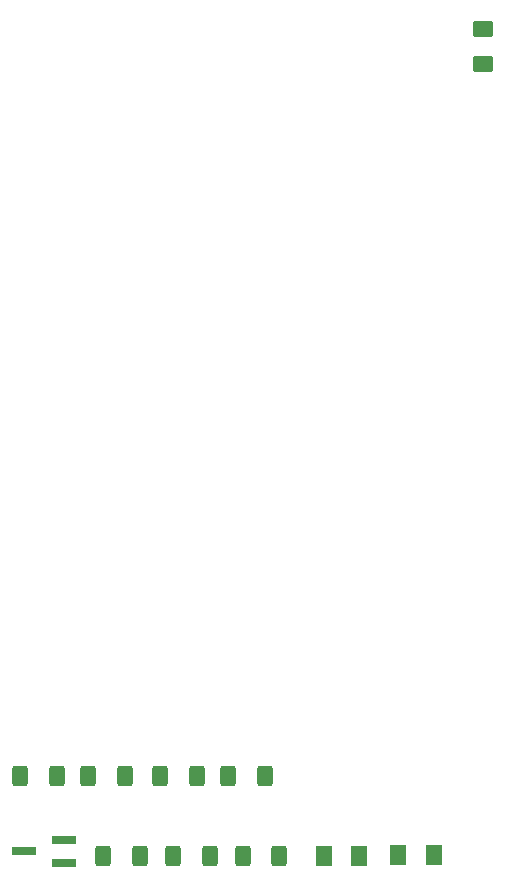
<source format=gbp>
%TF.GenerationSoftware,KiCad,Pcbnew,6.0.11-2627ca5db0~126~ubuntu22.04.1*%
%TF.CreationDate,2024-03-13T14:52:50+00:00*%
%TF.ProjectId,zx-spectrum-diagnostics,7a782d73-7065-4637-9472-756d2d646961,1.2*%
%TF.SameCoordinates,Original*%
%TF.FileFunction,Paste,Bot*%
%TF.FilePolarity,Positive*%
%FSLAX46Y46*%
G04 Gerber Fmt 4.6, Leading zero omitted, Abs format (unit mm)*
G04 Created by KiCad (PCBNEW 6.0.11-2627ca5db0~126~ubuntu22.04.1) date 2024-03-13 14:52:50*
%MOMM*%
%LPD*%
G01*
G04 APERTURE LIST*
G04 Aperture macros list*
%AMRoundRect*
0 Rectangle with rounded corners*
0 $1 Rounding radius*
0 $2 $3 $4 $5 $6 $7 $8 $9 X,Y pos of 4 corners*
0 Add a 4 corners polygon primitive as box body*
4,1,4,$2,$3,$4,$5,$6,$7,$8,$9,$2,$3,0*
0 Add four circle primitives for the rounded corners*
1,1,$1+$1,$2,$3*
1,1,$1+$1,$4,$5*
1,1,$1+$1,$6,$7*
1,1,$1+$1,$8,$9*
0 Add four rect primitives between the rounded corners*
20,1,$1+$1,$2,$3,$4,$5,0*
20,1,$1+$1,$4,$5,$6,$7,0*
20,1,$1+$1,$6,$7,$8,$9,0*
20,1,$1+$1,$8,$9,$2,$3,0*%
G04 Aperture macros list end*
%ADD10RoundRect,0.250000X-0.400000X-0.625000X0.400000X-0.625000X0.400000X0.625000X-0.400000X0.625000X0*%
%ADD11RoundRect,0.250000X0.400000X0.625000X-0.400000X0.625000X-0.400000X-0.625000X0.400000X-0.625000X0*%
%ADD12R,2.000000X0.650000*%
%ADD13RoundRect,0.250001X0.462499X0.624999X-0.462499X0.624999X-0.462499X-0.624999X0.462499X-0.624999X0*%
%ADD14RoundRect,0.250001X0.624999X-0.462499X0.624999X0.462499X-0.624999X0.462499X-0.624999X-0.462499X0*%
G04 APERTURE END LIST*
D10*
%TO.C,R106*%
X92820000Y-143560000D03*
X95920000Y-143560000D03*
%TD*%
D11*
%TO.C,R101*%
X103140000Y-150330000D03*
X100040000Y-150330000D03*
%TD*%
D12*
%TO.C,Q101*%
X90790000Y-148980000D03*
X90790000Y-150880000D03*
X87370000Y-149930000D03*
%TD*%
D13*
%TO.C,D102*%
X115747500Y-150290000D03*
X112772500Y-150290000D03*
%TD*%
D10*
%TO.C,R102*%
X105900000Y-150320000D03*
X109000000Y-150320000D03*
%TD*%
D11*
%TO.C,R103*%
X101990000Y-143590000D03*
X98890000Y-143590000D03*
%TD*%
%TO.C,R107*%
X97170000Y-150370000D03*
X94070000Y-150370000D03*
%TD*%
D14*
%TO.C,D101*%
X126238000Y-83275500D03*
X126238000Y-80300500D03*
%TD*%
D13*
%TO.C,D103*%
X122057500Y-150270000D03*
X119082500Y-150270000D03*
%TD*%
D10*
%TO.C,R104*%
X104650000Y-143530000D03*
X107750000Y-143530000D03*
%TD*%
D11*
%TO.C,R105*%
X90180000Y-143550000D03*
X87080000Y-143550000D03*
%TD*%
M02*

</source>
